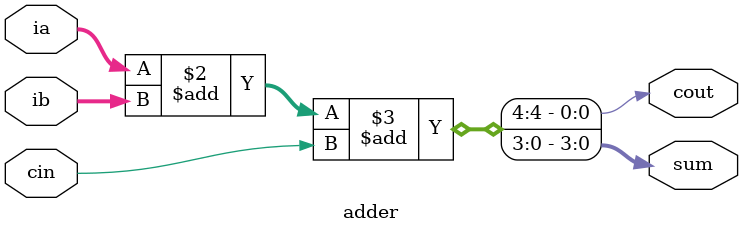
<source format=v>

module adder(cin, ia, ib, sum, cout);
input	cin;
input   [3:0]  ia, ib;
output	[3:0]	sum;
reg	[3:0]	sum;
output   cout;
reg   cout;



	always @( cin or ia or ib)
	begin
		{cout,sum} = ia + ib + cin;
	end

endmodule

</source>
